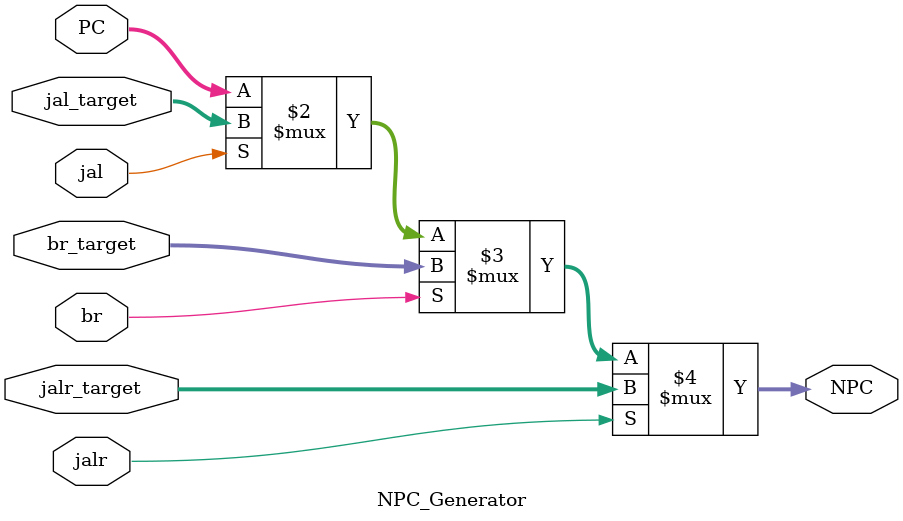
<source format=v>
`timescale 1ns / 1ps


//  功能说明
    //  根据跳转信号，决定执行的下一条指令地址
    //  debug端口用于simulation时批量写入数据，可以忽略
// 输入
    // PC                指令地址（PC + 4, 而非PC）
    // jal_target        jal跳转地址
    // jalr_target       jalr跳转地址
    // br_target         br跳转地址
    // jal               jal == 1时，有jal跳转
    // jalr              jalr == 1时，有jalr跳转
    // br                br == 1时，有br跳转
// 输出
    // NPC               下一条执行的指令地址
// 实验要求  
    // 实现NPC_Generator

module NPC_Generator(
    input wire [31:0] PC, jal_target, jalr_target, br_target,
    input wire jal, jalr, br,
    output reg [31:0] NPC
    );

    // TODO: Complete this module
    always @ *
    begin
        NPC <= jalr ? jalr_target : (br ? br_target : (jal ? jal_target : PC));
        //NPC <= PC;
    end
    
endmodule
</source>
